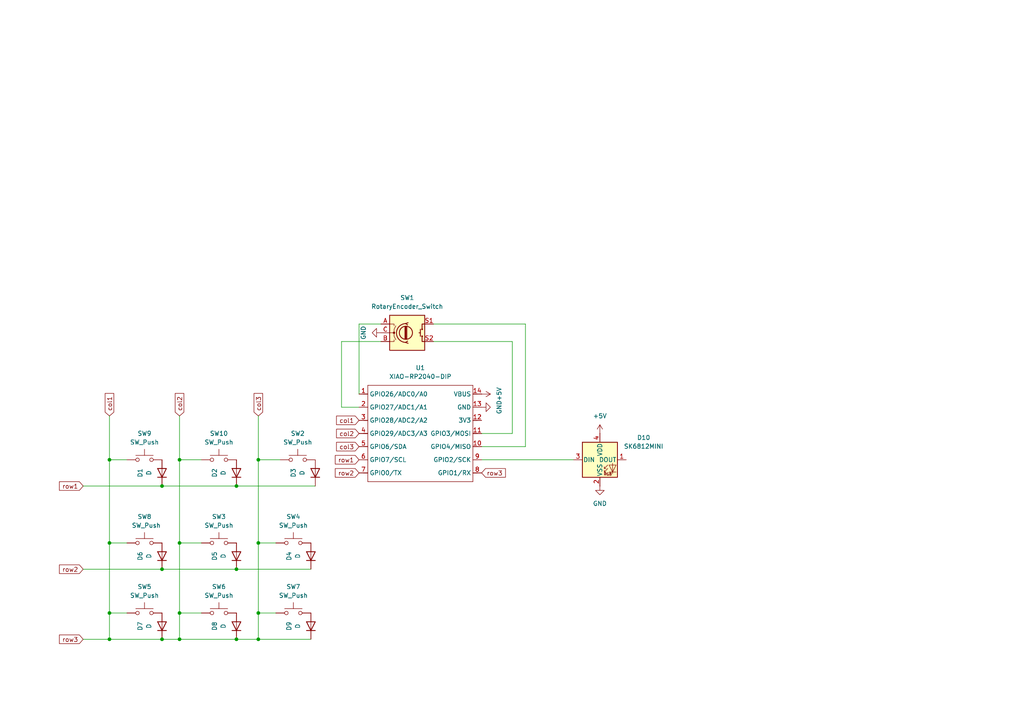
<source format=kicad_sch>
(kicad_sch
	(version 20250114)
	(generator "eeschema")
	(generator_version "9.0")
	(uuid "c406af9b-2fae-44cb-87f1-073e742b3c0c")
	(paper "A4")
	(lib_symbols
		(symbol "Device:D"
			(pin_numbers
				(hide yes)
			)
			(pin_names
				(offset 1.016)
				(hide yes)
			)
			(exclude_from_sim no)
			(in_bom yes)
			(on_board yes)
			(property "Reference" "D"
				(at 0 2.54 0)
				(effects
					(font
						(size 1.27 1.27)
					)
				)
			)
			(property "Value" "D"
				(at 0 -2.54 0)
				(effects
					(font
						(size 1.27 1.27)
					)
				)
			)
			(property "Footprint" ""
				(at 0 0 0)
				(effects
					(font
						(size 1.27 1.27)
					)
					(hide yes)
				)
			)
			(property "Datasheet" "~"
				(at 0 0 0)
				(effects
					(font
						(size 1.27 1.27)
					)
					(hide yes)
				)
			)
			(property "Description" "Diode"
				(at 0 0 0)
				(effects
					(font
						(size 1.27 1.27)
					)
					(hide yes)
				)
			)
			(property "Sim.Device" "D"
				(at 0 0 0)
				(effects
					(font
						(size 1.27 1.27)
					)
					(hide yes)
				)
			)
			(property "Sim.Pins" "1=K 2=A"
				(at 0 0 0)
				(effects
					(font
						(size 1.27 1.27)
					)
					(hide yes)
				)
			)
			(property "ki_keywords" "diode"
				(at 0 0 0)
				(effects
					(font
						(size 1.27 1.27)
					)
					(hide yes)
				)
			)
			(property "ki_fp_filters" "TO-???* *_Diode_* *SingleDiode* D_*"
				(at 0 0 0)
				(effects
					(font
						(size 1.27 1.27)
					)
					(hide yes)
				)
			)
			(symbol "D_0_1"
				(polyline
					(pts
						(xy -1.27 1.27) (xy -1.27 -1.27)
					)
					(stroke
						(width 0.254)
						(type default)
					)
					(fill
						(type none)
					)
				)
				(polyline
					(pts
						(xy 1.27 1.27) (xy 1.27 -1.27) (xy -1.27 0) (xy 1.27 1.27)
					)
					(stroke
						(width 0.254)
						(type default)
					)
					(fill
						(type none)
					)
				)
				(polyline
					(pts
						(xy 1.27 0) (xy -1.27 0)
					)
					(stroke
						(width 0)
						(type default)
					)
					(fill
						(type none)
					)
				)
			)
			(symbol "D_1_1"
				(pin passive line
					(at -3.81 0 0)
					(length 2.54)
					(name "K"
						(effects
							(font
								(size 1.27 1.27)
							)
						)
					)
					(number "1"
						(effects
							(font
								(size 1.27 1.27)
							)
						)
					)
				)
				(pin passive line
					(at 3.81 0 180)
					(length 2.54)
					(name "A"
						(effects
							(font
								(size 1.27 1.27)
							)
						)
					)
					(number "2"
						(effects
							(font
								(size 1.27 1.27)
							)
						)
					)
				)
			)
			(embedded_fonts no)
		)
		(symbol "Device:RotaryEncoder_Switch"
			(pin_names
				(offset 0.254)
				(hide yes)
			)
			(exclude_from_sim no)
			(in_bom yes)
			(on_board yes)
			(property "Reference" "SW"
				(at 0 6.604 0)
				(effects
					(font
						(size 1.27 1.27)
					)
				)
			)
			(property "Value" "RotaryEncoder_Switch"
				(at 0 -6.604 0)
				(effects
					(font
						(size 1.27 1.27)
					)
				)
			)
			(property "Footprint" ""
				(at -3.81 4.064 0)
				(effects
					(font
						(size 1.27 1.27)
					)
					(hide yes)
				)
			)
			(property "Datasheet" "~"
				(at 0 6.604 0)
				(effects
					(font
						(size 1.27 1.27)
					)
					(hide yes)
				)
			)
			(property "Description" "Rotary encoder, dual channel, incremental quadrate outputs, with switch"
				(at 0 0 0)
				(effects
					(font
						(size 1.27 1.27)
					)
					(hide yes)
				)
			)
			(property "ki_keywords" "rotary switch encoder switch push button"
				(at 0 0 0)
				(effects
					(font
						(size 1.27 1.27)
					)
					(hide yes)
				)
			)
			(property "ki_fp_filters" "RotaryEncoder*Switch*"
				(at 0 0 0)
				(effects
					(font
						(size 1.27 1.27)
					)
					(hide yes)
				)
			)
			(symbol "RotaryEncoder_Switch_0_1"
				(rectangle
					(start -5.08 5.08)
					(end 5.08 -5.08)
					(stroke
						(width 0.254)
						(type default)
					)
					(fill
						(type background)
					)
				)
				(polyline
					(pts
						(xy -5.08 2.54) (xy -3.81 2.54) (xy -3.81 2.032)
					)
					(stroke
						(width 0)
						(type default)
					)
					(fill
						(type none)
					)
				)
				(polyline
					(pts
						(xy -5.08 0) (xy -3.81 0) (xy -3.81 -1.016) (xy -3.302 -2.032)
					)
					(stroke
						(width 0)
						(type default)
					)
					(fill
						(type none)
					)
				)
				(polyline
					(pts
						(xy -5.08 -2.54) (xy -3.81 -2.54) (xy -3.81 -2.032)
					)
					(stroke
						(width 0)
						(type default)
					)
					(fill
						(type none)
					)
				)
				(polyline
					(pts
						(xy -4.318 0) (xy -3.81 0) (xy -3.81 1.016) (xy -3.302 2.032)
					)
					(stroke
						(width 0)
						(type default)
					)
					(fill
						(type none)
					)
				)
				(circle
					(center -3.81 0)
					(radius 0.254)
					(stroke
						(width 0)
						(type default)
					)
					(fill
						(type outline)
					)
				)
				(polyline
					(pts
						(xy -0.635 -1.778) (xy -0.635 1.778)
					)
					(stroke
						(width 0.254)
						(type default)
					)
					(fill
						(type none)
					)
				)
				(circle
					(center -0.381 0)
					(radius 1.905)
					(stroke
						(width 0.254)
						(type default)
					)
					(fill
						(type none)
					)
				)
				(polyline
					(pts
						(xy -0.381 -1.778) (xy -0.381 1.778)
					)
					(stroke
						(width 0.254)
						(type default)
					)
					(fill
						(type none)
					)
				)
				(arc
					(start -0.381 -2.794)
					(mid -3.0988 -0.0635)
					(end -0.381 2.667)
					(stroke
						(width 0.254)
						(type default)
					)
					(fill
						(type none)
					)
				)
				(polyline
					(pts
						(xy -0.127 1.778) (xy -0.127 -1.778)
					)
					(stroke
						(width 0.254)
						(type default)
					)
					(fill
						(type none)
					)
				)
				(polyline
					(pts
						(xy 0.254 2.921) (xy -0.508 2.667) (xy 0.127 2.286)
					)
					(stroke
						(width 0.254)
						(type default)
					)
					(fill
						(type none)
					)
				)
				(polyline
					(pts
						(xy 0.254 -3.048) (xy -0.508 -2.794) (xy 0.127 -2.413)
					)
					(stroke
						(width 0.254)
						(type default)
					)
					(fill
						(type none)
					)
				)
				(polyline
					(pts
						(xy 3.81 1.016) (xy 3.81 -1.016)
					)
					(stroke
						(width 0.254)
						(type default)
					)
					(fill
						(type none)
					)
				)
				(polyline
					(pts
						(xy 3.81 0) (xy 3.429 0)
					)
					(stroke
						(width 0.254)
						(type default)
					)
					(fill
						(type none)
					)
				)
				(circle
					(center 4.318 1.016)
					(radius 0.127)
					(stroke
						(width 0.254)
						(type default)
					)
					(fill
						(type none)
					)
				)
				(circle
					(center 4.318 -1.016)
					(radius 0.127)
					(stroke
						(width 0.254)
						(type default)
					)
					(fill
						(type none)
					)
				)
				(polyline
					(pts
						(xy 5.08 2.54) (xy 4.318 2.54) (xy 4.318 1.016)
					)
					(stroke
						(width 0.254)
						(type default)
					)
					(fill
						(type none)
					)
				)
				(polyline
					(pts
						(xy 5.08 -2.54) (xy 4.318 -2.54) (xy 4.318 -1.016)
					)
					(stroke
						(width 0.254)
						(type default)
					)
					(fill
						(type none)
					)
				)
			)
			(symbol "RotaryEncoder_Switch_1_1"
				(pin passive line
					(at -7.62 2.54 0)
					(length 2.54)
					(name "A"
						(effects
							(font
								(size 1.27 1.27)
							)
						)
					)
					(number "A"
						(effects
							(font
								(size 1.27 1.27)
							)
						)
					)
				)
				(pin passive line
					(at -7.62 0 0)
					(length 2.54)
					(name "C"
						(effects
							(font
								(size 1.27 1.27)
							)
						)
					)
					(number "C"
						(effects
							(font
								(size 1.27 1.27)
							)
						)
					)
				)
				(pin passive line
					(at -7.62 -2.54 0)
					(length 2.54)
					(name "B"
						(effects
							(font
								(size 1.27 1.27)
							)
						)
					)
					(number "B"
						(effects
							(font
								(size 1.27 1.27)
							)
						)
					)
				)
				(pin passive line
					(at 7.62 2.54 180)
					(length 2.54)
					(name "S1"
						(effects
							(font
								(size 1.27 1.27)
							)
						)
					)
					(number "S1"
						(effects
							(font
								(size 1.27 1.27)
							)
						)
					)
				)
				(pin passive line
					(at 7.62 -2.54 180)
					(length 2.54)
					(name "S2"
						(effects
							(font
								(size 1.27 1.27)
							)
						)
					)
					(number "S2"
						(effects
							(font
								(size 1.27 1.27)
							)
						)
					)
				)
			)
			(embedded_fonts no)
		)
		(symbol "LED:SK6812MINI"
			(pin_names
				(offset 0.254)
			)
			(exclude_from_sim no)
			(in_bom yes)
			(on_board yes)
			(property "Reference" "D"
				(at 5.08 5.715 0)
				(effects
					(font
						(size 1.27 1.27)
					)
					(justify right bottom)
				)
			)
			(property "Value" "SK6812MINI"
				(at 1.27 -5.715 0)
				(effects
					(font
						(size 1.27 1.27)
					)
					(justify left top)
				)
			)
			(property "Footprint" "LED_SMD:LED_SK6812MINI_PLCC4_3.5x3.5mm_P1.75mm"
				(at 1.27 -7.62 0)
				(effects
					(font
						(size 1.27 1.27)
					)
					(justify left top)
					(hide yes)
				)
			)
			(property "Datasheet" "https://cdn-shop.adafruit.com/product-files/2686/SK6812MINI_REV.01-1-2.pdf"
				(at 2.54 -9.525 0)
				(effects
					(font
						(size 1.27 1.27)
					)
					(justify left top)
					(hide yes)
				)
			)
			(property "Description" "RGB LED with integrated controller"
				(at 0 0 0)
				(effects
					(font
						(size 1.27 1.27)
					)
					(hide yes)
				)
			)
			(property "ki_keywords" "RGB LED NeoPixel Mini addressable"
				(at 0 0 0)
				(effects
					(font
						(size 1.27 1.27)
					)
					(hide yes)
				)
			)
			(property "ki_fp_filters" "LED*SK6812MINI*PLCC*3.5x3.5mm*P1.75mm*"
				(at 0 0 0)
				(effects
					(font
						(size 1.27 1.27)
					)
					(hide yes)
				)
			)
			(symbol "SK6812MINI_0_0"
				(text "RGB"
					(at 2.286 -4.191 0)
					(effects
						(font
							(size 0.762 0.762)
						)
					)
				)
			)
			(symbol "SK6812MINI_0_1"
				(polyline
					(pts
						(xy 1.27 -2.54) (xy 1.778 -2.54)
					)
					(stroke
						(width 0)
						(type default)
					)
					(fill
						(type none)
					)
				)
				(polyline
					(pts
						(xy 1.27 -3.556) (xy 1.778 -3.556)
					)
					(stroke
						(width 0)
						(type default)
					)
					(fill
						(type none)
					)
				)
				(polyline
					(pts
						(xy 2.286 -1.524) (xy 1.27 -2.54) (xy 1.27 -2.032)
					)
					(stroke
						(width 0)
						(type default)
					)
					(fill
						(type none)
					)
				)
				(polyline
					(pts
						(xy 2.286 -2.54) (xy 1.27 -3.556) (xy 1.27 -3.048)
					)
					(stroke
						(width 0)
						(type default)
					)
					(fill
						(type none)
					)
				)
				(polyline
					(pts
						(xy 3.683 -1.016) (xy 3.683 -3.556) (xy 3.683 -4.064)
					)
					(stroke
						(width 0)
						(type default)
					)
					(fill
						(type none)
					)
				)
				(polyline
					(pts
						(xy 4.699 -1.524) (xy 2.667 -1.524) (xy 3.683 -3.556) (xy 4.699 -1.524)
					)
					(stroke
						(width 0)
						(type default)
					)
					(fill
						(type none)
					)
				)
				(polyline
					(pts
						(xy 4.699 -3.556) (xy 2.667 -3.556)
					)
					(stroke
						(width 0)
						(type default)
					)
					(fill
						(type none)
					)
				)
				(rectangle
					(start 5.08 5.08)
					(end -5.08 -5.08)
					(stroke
						(width 0.254)
						(type default)
					)
					(fill
						(type background)
					)
				)
			)
			(symbol "SK6812MINI_1_1"
				(pin input line
					(at -7.62 0 0)
					(length 2.54)
					(name "DIN"
						(effects
							(font
								(size 1.27 1.27)
							)
						)
					)
					(number "3"
						(effects
							(font
								(size 1.27 1.27)
							)
						)
					)
				)
				(pin power_in line
					(at 0 7.62 270)
					(length 2.54)
					(name "VDD"
						(effects
							(font
								(size 1.27 1.27)
							)
						)
					)
					(number "4"
						(effects
							(font
								(size 1.27 1.27)
							)
						)
					)
				)
				(pin power_in line
					(at 0 -7.62 90)
					(length 2.54)
					(name "VSS"
						(effects
							(font
								(size 1.27 1.27)
							)
						)
					)
					(number "2"
						(effects
							(font
								(size 1.27 1.27)
							)
						)
					)
				)
				(pin output line
					(at 7.62 0 180)
					(length 2.54)
					(name "DOUT"
						(effects
							(font
								(size 1.27 1.27)
							)
						)
					)
					(number "1"
						(effects
							(font
								(size 1.27 1.27)
							)
						)
					)
				)
			)
			(embedded_fonts no)
		)
		(symbol "OPL:XIAO-RP2040-DIP"
			(exclude_from_sim no)
			(in_bom yes)
			(on_board yes)
			(property "Reference" "U"
				(at 0 0 0)
				(effects
					(font
						(size 1.27 1.27)
					)
				)
			)
			(property "Value" "XIAO-RP2040-DIP"
				(at 5.334 -1.778 0)
				(effects
					(font
						(size 1.27 1.27)
					)
				)
			)
			(property "Footprint" "Module:MOUDLE14P-XIAO-DIP-SMD"
				(at 14.478 -32.258 0)
				(effects
					(font
						(size 1.27 1.27)
					)
					(hide yes)
				)
			)
			(property "Datasheet" ""
				(at 0 0 0)
				(effects
					(font
						(size 1.27 1.27)
					)
					(hide yes)
				)
			)
			(property "Description" ""
				(at 0 0 0)
				(effects
					(font
						(size 1.27 1.27)
					)
					(hide yes)
				)
			)
			(symbol "XIAO-RP2040-DIP_1_0"
				(polyline
					(pts
						(xy -1.27 -2.54) (xy 29.21 -2.54)
					)
					(stroke
						(width 0.1524)
						(type solid)
					)
					(fill
						(type none)
					)
				)
				(polyline
					(pts
						(xy -1.27 -5.08) (xy -2.54 -5.08)
					)
					(stroke
						(width 0.1524)
						(type solid)
					)
					(fill
						(type none)
					)
				)
				(polyline
					(pts
						(xy -1.27 -5.08) (xy -1.27 -2.54)
					)
					(stroke
						(width 0.1524)
						(type solid)
					)
					(fill
						(type none)
					)
				)
				(polyline
					(pts
						(xy -1.27 -8.89) (xy -2.54 -8.89)
					)
					(stroke
						(width 0.1524)
						(type solid)
					)
					(fill
						(type none)
					)
				)
				(polyline
					(pts
						(xy -1.27 -8.89) (xy -1.27 -5.08)
					)
					(stroke
						(width 0.1524)
						(type solid)
					)
					(fill
						(type none)
					)
				)
				(polyline
					(pts
						(xy -1.27 -12.7) (xy -2.54 -12.7)
					)
					(stroke
						(width 0.1524)
						(type solid)
					)
					(fill
						(type none)
					)
				)
				(polyline
					(pts
						(xy -1.27 -12.7) (xy -1.27 -8.89)
					)
					(stroke
						(width 0.1524)
						(type solid)
					)
					(fill
						(type none)
					)
				)
				(polyline
					(pts
						(xy -1.27 -16.51) (xy -2.54 -16.51)
					)
					(stroke
						(width 0.1524)
						(type solid)
					)
					(fill
						(type none)
					)
				)
				(polyline
					(pts
						(xy -1.27 -16.51) (xy -1.27 -12.7)
					)
					(stroke
						(width 0.1524)
						(type solid)
					)
					(fill
						(type none)
					)
				)
				(polyline
					(pts
						(xy -1.27 -20.32) (xy -2.54 -20.32)
					)
					(stroke
						(width 0.1524)
						(type solid)
					)
					(fill
						(type none)
					)
				)
				(polyline
					(pts
						(xy -1.27 -24.13) (xy -2.54 -24.13)
					)
					(stroke
						(width 0.1524)
						(type solid)
					)
					(fill
						(type none)
					)
				)
				(polyline
					(pts
						(xy -1.27 -27.94) (xy -2.54 -27.94)
					)
					(stroke
						(width 0.1524)
						(type solid)
					)
					(fill
						(type none)
					)
				)
				(polyline
					(pts
						(xy -1.27 -30.48) (xy -1.27 -16.51)
					)
					(stroke
						(width 0.1524)
						(type solid)
					)
					(fill
						(type none)
					)
				)
				(polyline
					(pts
						(xy 29.21 -2.54) (xy 29.21 -5.08)
					)
					(stroke
						(width 0.1524)
						(type solid)
					)
					(fill
						(type none)
					)
				)
				(polyline
					(pts
						(xy 29.21 -5.08) (xy 29.21 -8.89)
					)
					(stroke
						(width 0.1524)
						(type solid)
					)
					(fill
						(type none)
					)
				)
				(polyline
					(pts
						(xy 29.21 -8.89) (xy 29.21 -12.7)
					)
					(stroke
						(width 0.1524)
						(type solid)
					)
					(fill
						(type none)
					)
				)
				(polyline
					(pts
						(xy 29.21 -12.7) (xy 29.21 -30.48)
					)
					(stroke
						(width 0.1524)
						(type solid)
					)
					(fill
						(type none)
					)
				)
				(polyline
					(pts
						(xy 29.21 -30.48) (xy -1.27 -30.48)
					)
					(stroke
						(width 0.1524)
						(type solid)
					)
					(fill
						(type none)
					)
				)
				(polyline
					(pts
						(xy 30.48 -5.08) (xy 29.21 -5.08)
					)
					(stroke
						(width 0.1524)
						(type solid)
					)
					(fill
						(type none)
					)
				)
				(polyline
					(pts
						(xy 30.48 -8.89) (xy 29.21 -8.89)
					)
					(stroke
						(width 0.1524)
						(type solid)
					)
					(fill
						(type none)
					)
				)
				(polyline
					(pts
						(xy 30.48 -12.7) (xy 29.21 -12.7)
					)
					(stroke
						(width 0.1524)
						(type solid)
					)
					(fill
						(type none)
					)
				)
				(polyline
					(pts
						(xy 30.48 -16.51) (xy 29.21 -16.51)
					)
					(stroke
						(width 0.1524)
						(type solid)
					)
					(fill
						(type none)
					)
				)
				(polyline
					(pts
						(xy 30.48 -20.32) (xy 29.21 -20.32)
					)
					(stroke
						(width 0.1524)
						(type solid)
					)
					(fill
						(type none)
					)
				)
				(polyline
					(pts
						(xy 30.48 -24.13) (xy 29.21 -24.13)
					)
					(stroke
						(width 0.1524)
						(type solid)
					)
					(fill
						(type none)
					)
				)
				(polyline
					(pts
						(xy 30.48 -27.94) (xy 29.21 -27.94)
					)
					(stroke
						(width 0.1524)
						(type solid)
					)
					(fill
						(type none)
					)
				)
				(pin passive line
					(at -3.81 -5.08 0)
					(length 2.54)
					(name "GPIO26/ADC0/A0"
						(effects
							(font
								(size 1.27 1.27)
							)
						)
					)
					(number "1"
						(effects
							(font
								(size 1.27 1.27)
							)
						)
					)
				)
				(pin passive line
					(at -3.81 -8.89 0)
					(length 2.54)
					(name "GPIO27/ADC1/A1"
						(effects
							(font
								(size 1.27 1.27)
							)
						)
					)
					(number "2"
						(effects
							(font
								(size 1.27 1.27)
							)
						)
					)
				)
				(pin passive line
					(at -3.81 -12.7 0)
					(length 2.54)
					(name "GPIO28/ADC2/A2"
						(effects
							(font
								(size 1.27 1.27)
							)
						)
					)
					(number "3"
						(effects
							(font
								(size 1.27 1.27)
							)
						)
					)
				)
				(pin passive line
					(at -3.81 -16.51 0)
					(length 2.54)
					(name "GPIO29/ADC3/A3"
						(effects
							(font
								(size 1.27 1.27)
							)
						)
					)
					(number "4"
						(effects
							(font
								(size 1.27 1.27)
							)
						)
					)
				)
				(pin passive line
					(at -3.81 -20.32 0)
					(length 2.54)
					(name "GPIO6/SDA"
						(effects
							(font
								(size 1.27 1.27)
							)
						)
					)
					(number "5"
						(effects
							(font
								(size 1.27 1.27)
							)
						)
					)
				)
				(pin passive line
					(at -3.81 -24.13 0)
					(length 2.54)
					(name "GPIO7/SCL"
						(effects
							(font
								(size 1.27 1.27)
							)
						)
					)
					(number "6"
						(effects
							(font
								(size 1.27 1.27)
							)
						)
					)
				)
				(pin passive line
					(at -3.81 -27.94 0)
					(length 2.54)
					(name "GPIO0/TX"
						(effects
							(font
								(size 1.27 1.27)
							)
						)
					)
					(number "7"
						(effects
							(font
								(size 1.27 1.27)
							)
						)
					)
				)
				(pin passive line
					(at 31.75 -5.08 180)
					(length 2.54)
					(name "VBUS"
						(effects
							(font
								(size 1.27 1.27)
							)
						)
					)
					(number "14"
						(effects
							(font
								(size 1.27 1.27)
							)
						)
					)
				)
				(pin passive line
					(at 31.75 -8.89 180)
					(length 2.54)
					(name "GND"
						(effects
							(font
								(size 1.27 1.27)
							)
						)
					)
					(number "13"
						(effects
							(font
								(size 1.27 1.27)
							)
						)
					)
				)
				(pin passive line
					(at 31.75 -12.7 180)
					(length 2.54)
					(name "3V3"
						(effects
							(font
								(size 1.27 1.27)
							)
						)
					)
					(number "12"
						(effects
							(font
								(size 1.27 1.27)
							)
						)
					)
				)
				(pin passive line
					(at 31.75 -16.51 180)
					(length 2.54)
					(name "GPIO3/MOSI"
						(effects
							(font
								(size 1.27 1.27)
							)
						)
					)
					(number "11"
						(effects
							(font
								(size 1.27 1.27)
							)
						)
					)
				)
				(pin passive line
					(at 31.75 -20.32 180)
					(length 2.54)
					(name "GPIO4/MISO"
						(effects
							(font
								(size 1.27 1.27)
							)
						)
					)
					(number "10"
						(effects
							(font
								(size 1.27 1.27)
							)
						)
					)
				)
				(pin passive line
					(at 31.75 -24.13 180)
					(length 2.54)
					(name "GPIO2/SCK"
						(effects
							(font
								(size 1.27 1.27)
							)
						)
					)
					(number "9"
						(effects
							(font
								(size 1.27 1.27)
							)
						)
					)
				)
				(pin passive line
					(at 31.75 -27.94 180)
					(length 2.54)
					(name "GPIO1/RX"
						(effects
							(font
								(size 1.27 1.27)
							)
						)
					)
					(number "8"
						(effects
							(font
								(size 1.27 1.27)
							)
						)
					)
				)
			)
			(embedded_fonts no)
		)
		(symbol "Switch:SW_Push"
			(pin_numbers
				(hide yes)
			)
			(pin_names
				(offset 1.016)
				(hide yes)
			)
			(exclude_from_sim no)
			(in_bom yes)
			(on_board yes)
			(property "Reference" "SW"
				(at 1.27 2.54 0)
				(effects
					(font
						(size 1.27 1.27)
					)
					(justify left)
				)
			)
			(property "Value" "SW_Push"
				(at 0 -1.524 0)
				(effects
					(font
						(size 1.27 1.27)
					)
				)
			)
			(property "Footprint" ""
				(at 0 5.08 0)
				(effects
					(font
						(size 1.27 1.27)
					)
					(hide yes)
				)
			)
			(property "Datasheet" "~"
				(at 0 5.08 0)
				(effects
					(font
						(size 1.27 1.27)
					)
					(hide yes)
				)
			)
			(property "Description" "Push button switch, generic, two pins"
				(at 0 0 0)
				(effects
					(font
						(size 1.27 1.27)
					)
					(hide yes)
				)
			)
			(property "ki_keywords" "switch normally-open pushbutton push-button"
				(at 0 0 0)
				(effects
					(font
						(size 1.27 1.27)
					)
					(hide yes)
				)
			)
			(symbol "SW_Push_0_1"
				(circle
					(center -2.032 0)
					(radius 0.508)
					(stroke
						(width 0)
						(type default)
					)
					(fill
						(type none)
					)
				)
				(polyline
					(pts
						(xy 0 1.27) (xy 0 3.048)
					)
					(stroke
						(width 0)
						(type default)
					)
					(fill
						(type none)
					)
				)
				(circle
					(center 2.032 0)
					(radius 0.508)
					(stroke
						(width 0)
						(type default)
					)
					(fill
						(type none)
					)
				)
				(polyline
					(pts
						(xy 2.54 1.27) (xy -2.54 1.27)
					)
					(stroke
						(width 0)
						(type default)
					)
					(fill
						(type none)
					)
				)
				(pin passive line
					(at -5.08 0 0)
					(length 2.54)
					(name "1"
						(effects
							(font
								(size 1.27 1.27)
							)
						)
					)
					(number "1"
						(effects
							(font
								(size 1.27 1.27)
							)
						)
					)
				)
				(pin passive line
					(at 5.08 0 180)
					(length 2.54)
					(name "2"
						(effects
							(font
								(size 1.27 1.27)
							)
						)
					)
					(number "2"
						(effects
							(font
								(size 1.27 1.27)
							)
						)
					)
				)
			)
			(embedded_fonts no)
		)
		(symbol "power:+5V"
			(power)
			(pin_numbers
				(hide yes)
			)
			(pin_names
				(offset 0)
				(hide yes)
			)
			(exclude_from_sim no)
			(in_bom yes)
			(on_board yes)
			(property "Reference" "#PWR"
				(at 0 -3.81 0)
				(effects
					(font
						(size 1.27 1.27)
					)
					(hide yes)
				)
			)
			(property "Value" "+5V"
				(at 0 3.556 0)
				(effects
					(font
						(size 1.27 1.27)
					)
				)
			)
			(property "Footprint" ""
				(at 0 0 0)
				(effects
					(font
						(size 1.27 1.27)
					)
					(hide yes)
				)
			)
			(property "Datasheet" ""
				(at 0 0 0)
				(effects
					(font
						(size 1.27 1.27)
					)
					(hide yes)
				)
			)
			(property "Description" "Power symbol creates a global label with name \"+5V\""
				(at 0 0 0)
				(effects
					(font
						(size 1.27 1.27)
					)
					(hide yes)
				)
			)
			(property "ki_keywords" "global power"
				(at 0 0 0)
				(effects
					(font
						(size 1.27 1.27)
					)
					(hide yes)
				)
			)
			(symbol "+5V_0_1"
				(polyline
					(pts
						(xy -0.762 1.27) (xy 0 2.54)
					)
					(stroke
						(width 0)
						(type default)
					)
					(fill
						(type none)
					)
				)
				(polyline
					(pts
						(xy 0 2.54) (xy 0.762 1.27)
					)
					(stroke
						(width 0)
						(type default)
					)
					(fill
						(type none)
					)
				)
				(polyline
					(pts
						(xy 0 0) (xy 0 2.54)
					)
					(stroke
						(width 0)
						(type default)
					)
					(fill
						(type none)
					)
				)
			)
			(symbol "+5V_1_1"
				(pin power_in line
					(at 0 0 90)
					(length 0)
					(name "~"
						(effects
							(font
								(size 1.27 1.27)
							)
						)
					)
					(number "1"
						(effects
							(font
								(size 1.27 1.27)
							)
						)
					)
				)
			)
			(embedded_fonts no)
		)
		(symbol "power:GND"
			(power)
			(pin_numbers
				(hide yes)
			)
			(pin_names
				(offset 0)
				(hide yes)
			)
			(exclude_from_sim no)
			(in_bom yes)
			(on_board yes)
			(property "Reference" "#PWR"
				(at 0 -6.35 0)
				(effects
					(font
						(size 1.27 1.27)
					)
					(hide yes)
				)
			)
			(property "Value" "GND"
				(at 0 -3.81 0)
				(effects
					(font
						(size 1.27 1.27)
					)
				)
			)
			(property "Footprint" ""
				(at 0 0 0)
				(effects
					(font
						(size 1.27 1.27)
					)
					(hide yes)
				)
			)
			(property "Datasheet" ""
				(at 0 0 0)
				(effects
					(font
						(size 1.27 1.27)
					)
					(hide yes)
				)
			)
			(property "Description" "Power symbol creates a global label with name \"GND\" , ground"
				(at 0 0 0)
				(effects
					(font
						(size 1.27 1.27)
					)
					(hide yes)
				)
			)
			(property "ki_keywords" "global power"
				(at 0 0 0)
				(effects
					(font
						(size 1.27 1.27)
					)
					(hide yes)
				)
			)
			(symbol "GND_0_1"
				(polyline
					(pts
						(xy 0 0) (xy 0 -1.27) (xy 1.27 -1.27) (xy 0 -2.54) (xy -1.27 -1.27) (xy 0 -1.27)
					)
					(stroke
						(width 0)
						(type default)
					)
					(fill
						(type none)
					)
				)
			)
			(symbol "GND_1_1"
				(pin power_in line
					(at 0 0 270)
					(length 0)
					(name "~"
						(effects
							(font
								(size 1.27 1.27)
							)
						)
					)
					(number "1"
						(effects
							(font
								(size 1.27 1.27)
							)
						)
					)
				)
			)
			(embedded_fonts no)
		)
	)
	(junction
		(at 31.75 177.8)
		(diameter 0)
		(color 0 0 0 0)
		(uuid "0255efd0-7665-4564-a427-3d07ae30e9c1")
	)
	(junction
		(at 52.07 133.35)
		(diameter 0)
		(color 0 0 0 0)
		(uuid "12d988af-3d9c-49e2-819d-8816dca0790b")
	)
	(junction
		(at 74.93 185.42)
		(diameter 0)
		(color 0 0 0 0)
		(uuid "16113586-6dba-488d-91d9-a57379055a49")
	)
	(junction
		(at 31.75 133.35)
		(diameter 0)
		(color 0 0 0 0)
		(uuid "1a77fca0-e5fe-4cf3-ac3d-3ed2fbefe392")
	)
	(junction
		(at 52.07 177.8)
		(diameter 0)
		(color 0 0 0 0)
		(uuid "2fec5778-03ae-492d-b9d1-d4dc1e2a851e")
	)
	(junction
		(at 74.93 157.48)
		(diameter 0)
		(color 0 0 0 0)
		(uuid "4465915c-56ad-43a1-ac49-2d5dc30208a0")
	)
	(junction
		(at 52.07 157.48)
		(diameter 0)
		(color 0 0 0 0)
		(uuid "491456f3-ffdc-4dd1-9433-4234ea244d95")
	)
	(junction
		(at 46.99 185.42)
		(diameter 0)
		(color 0 0 0 0)
		(uuid "8a4788a6-eac2-489c-9c10-a3918bf5c25a")
	)
	(junction
		(at 68.58 165.1)
		(diameter 0)
		(color 0 0 0 0)
		(uuid "9470a76b-90b9-4042-82d9-595b69311f6c")
	)
	(junction
		(at 68.58 185.42)
		(diameter 0)
		(color 0 0 0 0)
		(uuid "b08c3328-19d1-4564-b2b1-d466d1702fc8")
	)
	(junction
		(at 74.93 177.8)
		(diameter 0)
		(color 0 0 0 0)
		(uuid "b97d47ff-98c4-4f84-83df-6155c9f202fb")
	)
	(junction
		(at 31.75 185.42)
		(diameter 0)
		(color 0 0 0 0)
		(uuid "c8f99a90-2a30-496e-9826-de89dfc93b1e")
	)
	(junction
		(at 31.75 157.48)
		(diameter 0)
		(color 0 0 0 0)
		(uuid "d0897e60-dc0c-4bf6-99eb-df0dfcac6c59")
	)
	(junction
		(at 74.93 133.35)
		(diameter 0)
		(color 0 0 0 0)
		(uuid "d289c5e5-4be5-4715-86de-98bbe43d2c57")
	)
	(junction
		(at 46.99 165.1)
		(diameter 0)
		(color 0 0 0 0)
		(uuid "dbc8d0cc-fead-4764-8a3a-b2caa7795960")
	)
	(junction
		(at 46.99 140.97)
		(diameter 0)
		(color 0 0 0 0)
		(uuid "e6367a61-b8d1-489f-ab23-ddc25e94d048")
	)
	(junction
		(at 52.07 185.42)
		(diameter 0)
		(color 0 0 0 0)
		(uuid "eb3797b6-bd78-48f5-a9a1-070340f4cbd0")
	)
	(junction
		(at 68.58 140.97)
		(diameter 0)
		(color 0 0 0 0)
		(uuid "fdd5f5f5-80ba-48a3-8b0d-ccba253b448e")
	)
	(wire
		(pts
			(xy 99.06 118.11) (xy 104.14 118.11)
		)
		(stroke
			(width 0)
			(type default)
		)
		(uuid "0303b1ec-149a-4909-9255-aeca3d4bc08b")
	)
	(wire
		(pts
			(xy 46.99 165.1) (xy 68.58 165.1)
		)
		(stroke
			(width 0)
			(type default)
		)
		(uuid "03bdb0fa-56f4-4a7e-9ae0-a256a0070c4a")
	)
	(wire
		(pts
			(xy 139.7 133.35) (xy 166.37 133.35)
		)
		(stroke
			(width 0)
			(type default)
		)
		(uuid "0f945a2c-238e-4a1b-a20d-0b53e9647133")
	)
	(wire
		(pts
			(xy 52.07 177.8) (xy 52.07 185.42)
		)
		(stroke
			(width 0)
			(type default)
		)
		(uuid "10ccd10a-2639-47f5-b806-ba94ebd1dba7")
	)
	(wire
		(pts
			(xy 74.93 185.42) (xy 90.17 185.42)
		)
		(stroke
			(width 0)
			(type default)
		)
		(uuid "11ef3d96-6e74-4a30-9895-03400d4f86ee")
	)
	(wire
		(pts
			(xy 148.59 125.73) (xy 139.7 125.73)
		)
		(stroke
			(width 0)
			(type default)
		)
		(uuid "1c1366b5-1004-4646-8864-5741a2655d55")
	)
	(wire
		(pts
			(xy 74.93 177.8) (xy 74.93 185.42)
		)
		(stroke
			(width 0)
			(type default)
		)
		(uuid "1f693678-38d7-4573-8cc5-3584aa95be77")
	)
	(wire
		(pts
			(xy 31.75 133.35) (xy 31.75 157.48)
		)
		(stroke
			(width 0)
			(type default)
		)
		(uuid "2da49349-9378-40b7-abf1-a1f47d70df8e")
	)
	(wire
		(pts
			(xy 31.75 157.48) (xy 31.75 177.8)
		)
		(stroke
			(width 0)
			(type default)
		)
		(uuid "2eb37abd-024e-4ab4-aac6-6927582d5b30")
	)
	(wire
		(pts
			(xy 31.75 185.42) (xy 46.99 185.42)
		)
		(stroke
			(width 0)
			(type default)
		)
		(uuid "2fd7092f-268d-4425-996b-88ca95345ee0")
	)
	(wire
		(pts
			(xy 68.58 185.42) (xy 74.93 185.42)
		)
		(stroke
			(width 0)
			(type default)
		)
		(uuid "32294516-6481-4371-b44f-5d0f120eeea1")
	)
	(wire
		(pts
			(xy 125.73 93.98) (xy 152.4 93.98)
		)
		(stroke
			(width 0)
			(type default)
		)
		(uuid "3360f74c-4c57-4396-9cf0-c3b8d98f663a")
	)
	(wire
		(pts
			(xy 74.93 133.35) (xy 74.93 157.48)
		)
		(stroke
			(width 0)
			(type default)
		)
		(uuid "34a48849-4aaf-4628-beac-4233c26965ea")
	)
	(wire
		(pts
			(xy 52.07 133.35) (xy 52.07 157.48)
		)
		(stroke
			(width 0)
			(type default)
		)
		(uuid "3aa4e6fa-f6c4-4beb-a9af-abc83e2f48f0")
	)
	(wire
		(pts
			(xy 74.93 133.35) (xy 81.28 133.35)
		)
		(stroke
			(width 0)
			(type default)
		)
		(uuid "3af728d2-533f-4734-a460-b143f1d8e83c")
	)
	(wire
		(pts
			(xy 74.93 177.8) (xy 80.01 177.8)
		)
		(stroke
			(width 0)
			(type default)
		)
		(uuid "3d802a26-6bfd-4e34-ba04-a90c9783906b")
	)
	(wire
		(pts
			(xy 46.99 185.42) (xy 52.07 185.42)
		)
		(stroke
			(width 0)
			(type default)
		)
		(uuid "61b467b5-ddcc-4891-8b1d-28a37cfaea33")
	)
	(wire
		(pts
			(xy 52.07 157.48) (xy 58.42 157.48)
		)
		(stroke
			(width 0)
			(type default)
		)
		(uuid "66deeece-851e-47fb-8472-ca3c38440a04")
	)
	(wire
		(pts
			(xy 99.06 118.11) (xy 99.06 99.06)
		)
		(stroke
			(width 0)
			(type default)
		)
		(uuid "6f6ee62b-a7e3-4e34-8fd7-c7cc3a42c8a8")
	)
	(wire
		(pts
			(xy 24.13 140.97) (xy 46.99 140.97)
		)
		(stroke
			(width 0)
			(type default)
		)
		(uuid "6fadda4d-1a26-4806-b18d-ece63edc51e6")
	)
	(wire
		(pts
			(xy 152.4 129.54) (xy 139.7 129.54)
		)
		(stroke
			(width 0)
			(type default)
		)
		(uuid "78f9585b-24a4-4db6-b714-39ed1a7088ac")
	)
	(wire
		(pts
			(xy 74.93 157.48) (xy 74.93 177.8)
		)
		(stroke
			(width 0)
			(type default)
		)
		(uuid "7a20d1d5-8254-4c60-9d76-9e16509e52c1")
	)
	(wire
		(pts
			(xy 31.75 177.8) (xy 36.83 177.8)
		)
		(stroke
			(width 0)
			(type default)
		)
		(uuid "7ae1a907-8492-4674-9b03-e46af128e578")
	)
	(wire
		(pts
			(xy 52.07 185.42) (xy 68.58 185.42)
		)
		(stroke
			(width 0)
			(type default)
		)
		(uuid "7b7c0c50-eea3-4d95-a34f-8f76794f0596")
	)
	(wire
		(pts
			(xy 31.75 177.8) (xy 31.75 185.42)
		)
		(stroke
			(width 0)
			(type default)
		)
		(uuid "89c10852-a5a7-4a1d-936c-05fef9a054a0")
	)
	(wire
		(pts
			(xy 148.59 99.06) (xy 148.59 125.73)
		)
		(stroke
			(width 0)
			(type default)
		)
		(uuid "89e89376-5117-43ef-bc97-9bad034412cd")
	)
	(wire
		(pts
			(xy 104.14 93.98) (xy 104.14 114.3)
		)
		(stroke
			(width 0)
			(type default)
		)
		(uuid "8f31dc1d-4932-4a01-98aa-f86cc3814876")
	)
	(wire
		(pts
			(xy 52.07 177.8) (xy 58.42 177.8)
		)
		(stroke
			(width 0)
			(type default)
		)
		(uuid "92ffab8e-e83a-4120-9f9e-4529ec3a4130")
	)
	(wire
		(pts
			(xy 24.13 165.1) (xy 46.99 165.1)
		)
		(stroke
			(width 0)
			(type default)
		)
		(uuid "9ebae701-834f-4308-b6bc-68cc632deb32")
	)
	(wire
		(pts
			(xy 99.06 99.06) (xy 110.49 99.06)
		)
		(stroke
			(width 0)
			(type default)
		)
		(uuid "9f3a4f77-9f00-4333-878e-b5074cef9c33")
	)
	(wire
		(pts
			(xy 52.07 133.35) (xy 58.42 133.35)
		)
		(stroke
			(width 0)
			(type default)
		)
		(uuid "a5c6072f-ea6c-4db6-9cd9-24a01c14ea2d")
	)
	(wire
		(pts
			(xy 24.13 185.42) (xy 31.75 185.42)
		)
		(stroke
			(width 0)
			(type default)
		)
		(uuid "a8799fda-39d5-43bb-940d-24d395ec2ebe")
	)
	(wire
		(pts
			(xy 68.58 165.1) (xy 90.17 165.1)
		)
		(stroke
			(width 0)
			(type default)
		)
		(uuid "c2ce09ea-5348-4b32-bc50-fe7850878ee4")
	)
	(wire
		(pts
			(xy 31.75 133.35) (xy 36.83 133.35)
		)
		(stroke
			(width 0)
			(type default)
		)
		(uuid "cab1ec88-f21d-48db-a103-dff24dc0579c")
	)
	(wire
		(pts
			(xy 31.75 120.65) (xy 31.75 133.35)
		)
		(stroke
			(width 0)
			(type default)
		)
		(uuid "cabae4bf-7d6b-4441-bd54-dcce85232d3e")
	)
	(wire
		(pts
			(xy 74.93 120.65) (xy 74.93 133.35)
		)
		(stroke
			(width 0)
			(type default)
		)
		(uuid "d4e946c8-db80-4b2f-b8eb-377e1ac8254e")
	)
	(wire
		(pts
			(xy 125.73 99.06) (xy 148.59 99.06)
		)
		(stroke
			(width 0)
			(type default)
		)
		(uuid "d795a507-a305-4095-828d-d0bbb870e923")
	)
	(wire
		(pts
			(xy 104.14 93.98) (xy 110.49 93.98)
		)
		(stroke
			(width 0)
			(type default)
		)
		(uuid "dc221472-7ffa-4cce-8d66-36a720f460c9")
	)
	(wire
		(pts
			(xy 52.07 120.65) (xy 52.07 133.35)
		)
		(stroke
			(width 0)
			(type default)
		)
		(uuid "dd80e5fd-4a46-426f-bdbe-456c13a83419")
	)
	(wire
		(pts
			(xy 52.07 157.48) (xy 52.07 177.8)
		)
		(stroke
			(width 0)
			(type default)
		)
		(uuid "e0faa9c7-cc80-4448-8916-8fb3ecc48655")
	)
	(wire
		(pts
			(xy 31.75 157.48) (xy 36.83 157.48)
		)
		(stroke
			(width 0)
			(type default)
		)
		(uuid "eb4541c1-4407-4628-9cda-a31dba7eb3e0")
	)
	(wire
		(pts
			(xy 74.93 157.48) (xy 80.01 157.48)
		)
		(stroke
			(width 0)
			(type default)
		)
		(uuid "f1b89641-18fd-476c-b9bc-aafd9c241752")
	)
	(wire
		(pts
			(xy 46.99 140.97) (xy 68.58 140.97)
		)
		(stroke
			(width 0)
			(type default)
		)
		(uuid "fb327fde-2854-4bc7-9093-767b5b4f767f")
	)
	(wire
		(pts
			(xy 68.58 140.97) (xy 91.44 140.97)
		)
		(stroke
			(width 0)
			(type default)
		)
		(uuid "fd72b708-df97-4a98-b91c-fd4694f20a53")
	)
	(wire
		(pts
			(xy 152.4 93.98) (xy 152.4 129.54)
		)
		(stroke
			(width 0)
			(type default)
		)
		(uuid "fd76e28e-8c0a-4fa6-a473-0260c1df80c2")
	)
	(global_label "row2"
		(shape input)
		(at 104.14 137.16 180)
		(fields_autoplaced yes)
		(effects
			(font
				(size 1.27 1.27)
			)
			(justify right)
		)
		(uuid "0c1d60e2-8785-40d4-a63c-06941c8809f1")
		(property "Intersheetrefs" "${INTERSHEET_REFS}"
			(at 96.6796 137.16 0)
			(effects
				(font
					(size 1.27 1.27)
				)
				(justify right)
				(hide yes)
			)
		)
	)
	(global_label "row1"
		(shape input)
		(at 104.14 133.35 180)
		(fields_autoplaced yes)
		(effects
			(font
				(size 1.27 1.27)
			)
			(justify right)
		)
		(uuid "1522f031-50df-4609-aa03-93628103537a")
		(property "Intersheetrefs" "${INTERSHEET_REFS}"
			(at 96.6796 133.35 0)
			(effects
				(font
					(size 1.27 1.27)
				)
				(justify right)
				(hide yes)
			)
		)
	)
	(global_label "col3"
		(shape input)
		(at 74.93 120.65 90)
		(fields_autoplaced yes)
		(effects
			(font
				(size 1.27 1.27)
			)
			(justify left)
		)
		(uuid "20527c6b-de34-4b75-b83f-5bc97ec8d83b")
		(property "Intersheetrefs" "${INTERSHEET_REFS}"
			(at 74.93 113.5525 90)
			(effects
				(font
					(size 1.27 1.27)
				)
				(justify left)
				(hide yes)
			)
		)
	)
	(global_label "row3"
		(shape input)
		(at 24.13 185.42 180)
		(fields_autoplaced yes)
		(effects
			(font
				(size 1.27 1.27)
			)
			(justify right)
		)
		(uuid "60db10da-c740-4113-ad3e-b97d9c2a29ba")
		(property "Intersheetrefs" "${INTERSHEET_REFS}"
			(at 17.0325 185.42 0)
			(effects
				(font
					(size 1.27 1.27)
				)
				(justify right)
				(hide yes)
			)
		)
	)
	(global_label "col2"
		(shape input)
		(at 52.07 120.65 90)
		(fields_autoplaced yes)
		(effects
			(font
				(size 1.27 1.27)
			)
			(justify left)
		)
		(uuid "9df0728b-dd6e-4954-aa54-51cf88124cb1")
		(property "Intersheetrefs" "${INTERSHEET_REFS}"
			(at 52.07 113.5525 90)
			(effects
				(font
					(size 1.27 1.27)
				)
				(justify left)
				(hide yes)
			)
		)
	)
	(global_label "row1"
		(shape input)
		(at 24.13 140.97 180)
		(fields_autoplaced yes)
		(effects
			(font
				(size 1.27 1.27)
			)
			(justify right)
		)
		(uuid "9eb77b4e-94d9-43b0-bf0c-a78475dd467d")
		(property "Intersheetrefs" "${INTERSHEET_REFS}"
			(at 16.6696 140.97 0)
			(effects
				(font
					(size 1.27 1.27)
				)
				(justify right)
				(hide yes)
			)
		)
	)
	(global_label "row3"
		(shape input)
		(at 139.7 137.16 0)
		(fields_autoplaced yes)
		(effects
			(font
				(size 1.27 1.27)
			)
			(justify left)
		)
		(uuid "baa74b2a-4dee-4b29-85c9-709b265ac706")
		(property "Intersheetrefs" "${INTERSHEET_REFS}"
			(at 147.1604 137.16 0)
			(effects
				(font
					(size 1.27 1.27)
				)
				(justify left)
				(hide yes)
			)
		)
	)
	(global_label "col3"
		(shape input)
		(at 104.14 129.54 180)
		(fields_autoplaced yes)
		(effects
			(font
				(size 1.27 1.27)
			)
			(justify right)
		)
		(uuid "db5d26b2-f455-46f0-8653-c90bb8169f18")
		(property "Intersheetrefs" "${INTERSHEET_REFS}"
			(at 97.0425 129.54 0)
			(effects
				(font
					(size 1.27 1.27)
				)
				(justify right)
				(hide yes)
			)
		)
	)
	(global_label "row2"
		(shape input)
		(at 24.13 165.1 180)
		(fields_autoplaced yes)
		(effects
			(font
				(size 1.27 1.27)
			)
			(justify right)
		)
		(uuid "e064b870-ce1d-4449-acf8-bfaecc6a365d")
		(property "Intersheetrefs" "${INTERSHEET_REFS}"
			(at 16.6696 165.1 0)
			(effects
				(font
					(size 1.27 1.27)
				)
				(justify right)
				(hide yes)
			)
		)
	)
	(global_label "col1"
		(shape input)
		(at 104.14 121.92 180)
		(fields_autoplaced yes)
		(effects
			(font
				(size 1.27 1.27)
			)
			(justify right)
		)
		(uuid "e5e9bf87-bb75-46b1-9f8a-e0f54a36857c")
		(property "Intersheetrefs" "${INTERSHEET_REFS}"
			(at 97.0425 121.92 0)
			(effects
				(font
					(size 1.27 1.27)
				)
				(justify right)
				(hide yes)
			)
		)
	)
	(global_label "col2"
		(shape input)
		(at 104.14 125.73 180)
		(fields_autoplaced yes)
		(effects
			(font
				(size 1.27 1.27)
			)
			(justify right)
		)
		(uuid "e9fda186-ea2c-499e-ab80-1614646fd57d")
		(property "Intersheetrefs" "${INTERSHEET_REFS}"
			(at 97.0425 125.73 0)
			(effects
				(font
					(size 1.27 1.27)
				)
				(justify right)
				(hide yes)
			)
		)
	)
	(global_label "col1"
		(shape input)
		(at 31.75 120.65 90)
		(fields_autoplaced yes)
		(effects
			(font
				(size 1.27 1.27)
			)
			(justify left)
		)
		(uuid "f442b95c-fddd-471c-9c77-e407ff35f256")
		(property "Intersheetrefs" "${INTERSHEET_REFS}"
			(at 31.75 113.5525 90)
			(effects
				(font
					(size 1.27 1.27)
				)
				(justify left)
				(hide yes)
			)
		)
	)
	(symbol
		(lib_id "Switch:SW_Push")
		(at 41.91 177.8 0)
		(unit 1)
		(exclude_from_sim no)
		(in_bom yes)
		(on_board yes)
		(dnp no)
		(fields_autoplaced yes)
		(uuid "08aea16e-a1ba-45b5-91a1-a6bcdfd99a78")
		(property "Reference" "SW5"
			(at 41.91 170.18 0)
			(effects
				(font
					(size 1.27 1.27)
				)
			)
		)
		(property "Value" "SW_Push"
			(at 41.91 172.72 0)
			(effects
				(font
					(size 1.27 1.27)
				)
			)
		)
		(property "Footprint" "Button_Switch_Keyboard:SW_Cherry_MX_1.00u_PCB"
			(at 41.91 172.72 0)
			(effects
				(font
					(size 1.27 1.27)
				)
				(hide yes)
			)
		)
		(property "Datasheet" "~"
			(at 41.91 172.72 0)
			(effects
				(font
					(size 1.27 1.27)
				)
				(hide yes)
			)
		)
		(property "Description" "Push button switch, generic, two pins"
			(at 41.91 177.8 0)
			(effects
				(font
					(size 1.27 1.27)
				)
				(hide yes)
			)
		)
		(pin "1"
			(uuid "8e3f5465-0246-47e6-879f-96c59390f4f1")
		)
		(pin "2"
			(uuid "78c806d5-bc59-4390-9646-3cb664c8fb92")
		)
		(instances
			(project ""
				(path "/c406af9b-2fae-44cb-87f1-073e742b3c0c"
					(reference "SW5")
					(unit 1)
				)
			)
		)
	)
	(symbol
		(lib_id "Switch:SW_Push")
		(at 85.09 177.8 0)
		(unit 1)
		(exclude_from_sim no)
		(in_bom yes)
		(on_board yes)
		(dnp no)
		(fields_autoplaced yes)
		(uuid "190660bb-7a49-448c-9fd7-2bcb51db332c")
		(property "Reference" "SW7"
			(at 85.09 170.18 0)
			(effects
				(font
					(size 1.27 1.27)
				)
			)
		)
		(property "Value" "SW_Push"
			(at 85.09 172.72 0)
			(effects
				(font
					(size 1.27 1.27)
				)
			)
		)
		(property "Footprint" "Button_Switch_Keyboard:SW_Cherry_MX_1.00u_PCB"
			(at 85.09 172.72 0)
			(effects
				(font
					(size 1.27 1.27)
				)
				(hide yes)
			)
		)
		(property "Datasheet" "~"
			(at 85.09 172.72 0)
			(effects
				(font
					(size 1.27 1.27)
				)
				(hide yes)
			)
		)
		(property "Description" "Push button switch, generic, two pins"
			(at 85.09 177.8 0)
			(effects
				(font
					(size 1.27 1.27)
				)
				(hide yes)
			)
		)
		(pin "1"
			(uuid "9cf8b40c-ada2-4f74-acb7-6d874aaac001")
		)
		(pin "2"
			(uuid "86bedb64-98c6-4fcb-8bcf-e2945b06bfa3")
		)
		(instances
			(project ""
				(path "/c406af9b-2fae-44cb-87f1-073e742b3c0c"
					(reference "SW7")
					(unit 1)
				)
			)
		)
	)
	(symbol
		(lib_id "Switch:SW_Push")
		(at 63.5 157.48 0)
		(unit 1)
		(exclude_from_sim no)
		(in_bom yes)
		(on_board yes)
		(dnp no)
		(fields_autoplaced yes)
		(uuid "1eabe862-c968-4757-a4fe-056b4e7ea992")
		(property "Reference" "SW3"
			(at 63.5 149.86 0)
			(effects
				(font
					(size 1.27 1.27)
				)
			)
		)
		(property "Value" "SW_Push"
			(at 63.5 152.4 0)
			(effects
				(font
					(size 1.27 1.27)
				)
			)
		)
		(property "Footprint" "Button_Switch_Keyboard:SW_Cherry_MX_1.00u_PCB"
			(at 63.5 152.4 0)
			(effects
				(font
					(size 1.27 1.27)
				)
				(hide yes)
			)
		)
		(property "Datasheet" "~"
			(at 63.5 152.4 0)
			(effects
				(font
					(size 1.27 1.27)
				)
				(hide yes)
			)
		)
		(property "Description" "Push button switch, generic, two pins"
			(at 63.5 157.48 0)
			(effects
				(font
					(size 1.27 1.27)
				)
				(hide yes)
			)
		)
		(pin "1"
			(uuid "be5873a9-ff26-4dfd-b754-9a565615dc50")
		)
		(pin "2"
			(uuid "55873205-0ba3-4d3a-8a44-5bd8e56e8eb8")
		)
		(instances
			(project ""
				(path "/c406af9b-2fae-44cb-87f1-073e742b3c0c"
					(reference "SW3")
					(unit 1)
				)
			)
		)
	)
	(symbol
		(lib_id "Switch:SW_Push")
		(at 41.91 157.48 0)
		(unit 1)
		(exclude_from_sim no)
		(in_bom yes)
		(on_board yes)
		(dnp no)
		(uuid "24a9e078-9909-4234-b197-29b4b4572dc5")
		(property "Reference" "SW8"
			(at 41.91 149.86 0)
			(effects
				(font
					(size 1.27 1.27)
				)
			)
		)
		(property "Value" "SW_Push"
			(at 42.418 152.4 0)
			(effects
				(font
					(size 1.27 1.27)
				)
			)
		)
		(property "Footprint" "Button_Switch_Keyboard:SW_Cherry_MX_1.00u_PCB"
			(at 41.91 152.4 0)
			(effects
				(font
					(size 1.27 1.27)
				)
				(hide yes)
			)
		)
		(property "Datasheet" "~"
			(at 41.91 152.4 0)
			(effects
				(font
					(size 1.27 1.27)
				)
				(hide yes)
			)
		)
		(property "Description" "Push button switch, generic, two pins"
			(at 41.91 157.48 0)
			(effects
				(font
					(size 1.27 1.27)
				)
				(hide yes)
			)
		)
		(pin "2"
			(uuid "59d0e605-d41d-46ac-a1e9-418fd1b4efec")
		)
		(pin "1"
			(uuid "46e405a4-2f11-449e-8fd1-704581244f87")
		)
		(instances
			(project ""
				(path "/c406af9b-2fae-44cb-87f1-073e742b3c0c"
					(reference "SW8")
					(unit 1)
				)
			)
		)
	)
	(symbol
		(lib_id "Device:RotaryEncoder_Switch")
		(at 118.11 96.52 0)
		(unit 1)
		(exclude_from_sim no)
		(in_bom yes)
		(on_board yes)
		(dnp no)
		(fields_autoplaced yes)
		(uuid "26e7e276-b833-43aa-a267-0187f65aadf9")
		(property "Reference" "SW1"
			(at 118.11 86.36 0)
			(effects
				(font
					(size 1.27 1.27)
				)
			)
		)
		(property "Value" "RotaryEncoder_Switch"
			(at 118.11 88.9 0)
			(effects
				(font
					(size 1.27 1.27)
				)
			)
		)
		(property "Footprint" "Rotary_Encoder:RotaryEncoder_Alps_EC11E_Vertical_H20mm"
			(at 114.3 92.456 0)
			(effects
				(font
					(size 1.27 1.27)
				)
				(hide yes)
			)
		)
		(property "Datasheet" "~"
			(at 118.11 89.916 0)
			(effects
				(font
					(size 1.27 1.27)
				)
				(hide yes)
			)
		)
		(property "Description" "Rotary encoder, dual channel, incremental quadrate outputs, with switch"
			(at 118.11 96.52 0)
			(effects
				(font
					(size 1.27 1.27)
				)
				(hide yes)
			)
		)
		(pin "B"
			(uuid "150ffd68-5abe-4765-bb9a-7ba2fb4a7250")
		)
		(pin "C"
			(uuid "c6510c6d-1ef5-4e26-93aa-369a8031fdfc")
		)
		(pin "S1"
			(uuid "713b3c85-36c5-41cb-acb9-3d5c47609423")
		)
		(pin "S2"
			(uuid "4750a461-2031-4930-aff3-d8b72ad59c45")
		)
		(pin "A"
			(uuid "93fa964e-f73f-4d73-9d93-c7f707031e32")
		)
		(instances
			(project ""
				(path "/c406af9b-2fae-44cb-87f1-073e742b3c0c"
					(reference "SW1")
					(unit 1)
				)
			)
		)
	)
	(symbol
		(lib_id "Switch:SW_Push")
		(at 85.09 157.48 0)
		(unit 1)
		(exclude_from_sim no)
		(in_bom yes)
		(on_board yes)
		(dnp no)
		(fields_autoplaced yes)
		(uuid "2c73d304-53b5-4df1-8e08-43183fe5c33a")
		(property "Reference" "SW4"
			(at 85.09 149.86 0)
			(effects
				(font
					(size 1.27 1.27)
				)
			)
		)
		(property "Value" "SW_Push"
			(at 85.09 152.4 0)
			(effects
				(font
					(size 1.27 1.27)
				)
			)
		)
		(property "Footprint" "Button_Switch_Keyboard:SW_Cherry_MX_1.00u_PCB"
			(at 85.09 152.4 0)
			(effects
				(font
					(size 1.27 1.27)
				)
				(hide yes)
			)
		)
		(property "Datasheet" "~"
			(at 85.09 152.4 0)
			(effects
				(font
					(size 1.27 1.27)
				)
				(hide yes)
			)
		)
		(property "Description" "Push button switch, generic, two pins"
			(at 85.09 157.48 0)
			(effects
				(font
					(size 1.27 1.27)
				)
				(hide yes)
			)
		)
		(pin "1"
			(uuid "0a4a48ad-2d91-414e-a67c-8fd83f8253bc")
		)
		(pin "2"
			(uuid "c567d1c2-6d56-47e6-8f30-cdaf7564b1d9")
		)
		(instances
			(project ""
				(path "/c406af9b-2fae-44cb-87f1-073e742b3c0c"
					(reference "SW4")
					(unit 1)
				)
			)
		)
	)
	(symbol
		(lib_id "Device:D")
		(at 68.58 181.61 90)
		(unit 1)
		(exclude_from_sim no)
		(in_bom yes)
		(on_board yes)
		(dnp no)
		(fields_autoplaced yes)
		(uuid "306280e0-b0f6-4c00-88df-db272ec11069")
		(property "Reference" "D8"
			(at 62.23 181.61 0)
			(effects
				(font
					(size 1.27 1.27)
				)
			)
		)
		(property "Value" "D"
			(at 64.77 181.61 0)
			(effects
				(font
					(size 1.27 1.27)
				)
			)
		)
		(property "Footprint" "Diode_THT:D_DO-35_SOD27_P7.62mm_Horizontal"
			(at 68.58 181.61 0)
			(effects
				(font
					(size 1.27 1.27)
				)
				(hide yes)
			)
		)
		(property "Datasheet" "~"
			(at 68.58 181.61 0)
			(effects
				(font
					(size 1.27 1.27)
				)
				(hide yes)
			)
		)
		(property "Description" "Diode"
			(at 68.58 181.61 0)
			(effects
				(font
					(size 1.27 1.27)
				)
				(hide yes)
			)
		)
		(property "Sim.Device" "D"
			(at 68.58 181.61 0)
			(effects
				(font
					(size 1.27 1.27)
				)
				(hide yes)
			)
		)
		(property "Sim.Pins" "1=K 2=A"
			(at 68.58 181.61 0)
			(effects
				(font
					(size 1.27 1.27)
				)
				(hide yes)
			)
		)
		(pin "2"
			(uuid "47578b31-4c0a-4798-aac2-31bfcb93e3cb")
		)
		(pin "1"
			(uuid "3b83878f-3742-455f-82f9-cd02adfdba2c")
		)
		(instances
			(project ""
				(path "/c406af9b-2fae-44cb-87f1-073e742b3c0c"
					(reference "D8")
					(unit 1)
				)
			)
		)
	)
	(symbol
		(lib_id "OPL:XIAO-RP2040-DIP")
		(at 107.95 109.22 0)
		(unit 1)
		(exclude_from_sim no)
		(in_bom yes)
		(on_board yes)
		(dnp no)
		(fields_autoplaced yes)
		(uuid "342b395c-2f1d-4cf8-824b-0ac30811ca7c")
		(property "Reference" "U1"
			(at 121.92 106.68 0)
			(effects
				(font
					(size 1.27 1.27)
				)
			)
		)
		(property "Value" "XIAO-RP2040-DIP"
			(at 121.92 109.22 0)
			(effects
				(font
					(size 1.27 1.27)
				)
			)
		)
		(property "Footprint" "OPL:XIAO-RP2040-DIP"
			(at 122.428 141.478 0)
			(effects
				(font
					(size 1.27 1.27)
				)
				(hide yes)
			)
		)
		(property "Datasheet" ""
			(at 107.95 109.22 0)
			(effects
				(font
					(size 1.27 1.27)
				)
				(hide yes)
			)
		)
		(property "Description" ""
			(at 107.95 109.22 0)
			(effects
				(font
					(size 1.27 1.27)
				)
				(hide yes)
			)
		)
		(pin "7"
			(uuid "2bd0ae9c-ce02-4715-80f4-2ebcd333082d")
		)
		(pin "1"
			(uuid "80824ae3-b659-4370-80a7-9613901cda6d")
		)
		(pin "2"
			(uuid "0e8316dd-a079-418c-825e-907ede4e3c91")
		)
		(pin "3"
			(uuid "a5ca7a42-9725-4c6e-9ee7-1cc2cb30fc94")
		)
		(pin "4"
			(uuid "b6df1e0e-fa6c-4686-b94f-bf24dfcb5317")
		)
		(pin "5"
			(uuid "97669935-2832-4e65-837c-70a636db6fea")
		)
		(pin "6"
			(uuid "fa47fb65-c56d-457a-bacf-a3dae4ac7706")
		)
		(pin "12"
			(uuid "88c61ad5-561a-45c1-ab3f-32872190aa2a")
		)
		(pin "9"
			(uuid "5055f392-954c-4f95-88e1-11181ca9056d")
		)
		(pin "8"
			(uuid "1747185a-138c-44e1-853b-cde98a8b491c")
		)
		(pin "10"
			(uuid "624ffcac-211e-44b7-99b0-902202e02687")
		)
		(pin "14"
			(uuid "410a8b9c-ad0b-41dc-b1d2-900fb77a3d4c")
		)
		(pin "11"
			(uuid "53c1b0da-f808-47d4-a882-09b92f62ccb3")
		)
		(pin "13"
			(uuid "61f3e092-6e58-4466-9be0-8187608fd003")
		)
		(instances
			(project ""
				(path "/c406af9b-2fae-44cb-87f1-073e742b3c0c"
					(reference "U1")
					(unit 1)
				)
			)
		)
	)
	(symbol
		(lib_id "Device:D")
		(at 46.99 181.61 90)
		(unit 1)
		(exclude_from_sim no)
		(in_bom yes)
		(on_board yes)
		(dnp no)
		(fields_autoplaced yes)
		(uuid "418641c2-d706-4f22-b27d-9541080c3406")
		(property "Reference" "D7"
			(at 40.64 181.61 0)
			(effects
				(font
					(size 1.27 1.27)
				)
			)
		)
		(property "Value" "D"
			(at 43.18 181.61 0)
			(effects
				(font
					(size 1.27 1.27)
				)
			)
		)
		(property "Footprint" "Diode_THT:D_DO-35_SOD27_P7.62mm_Horizontal"
			(at 46.99 181.61 0)
			(effects
				(font
					(size 1.27 1.27)
				)
				(hide yes)
			)
		)
		(property "Datasheet" "~"
			(at 46.99 181.61 0)
			(effects
				(font
					(size 1.27 1.27)
				)
				(hide yes)
			)
		)
		(property "Description" "Diode"
			(at 46.99 181.61 0)
			(effects
				(font
					(size 1.27 1.27)
				)
				(hide yes)
			)
		)
		(property "Sim.Device" "D"
			(at 46.99 181.61 0)
			(effects
				(font
					(size 1.27 1.27)
				)
				(hide yes)
			)
		)
		(property "Sim.Pins" "1=K 2=A"
			(at 46.99 181.61 0)
			(effects
				(font
					(size 1.27 1.27)
				)
				(hide yes)
			)
		)
		(pin "2"
			(uuid "85c8fa93-240e-4c1d-8f49-33dc0deb61d0")
		)
		(pin "1"
			(uuid "28691a4a-b3a7-4512-8cd1-a26273af5c7f")
		)
		(instances
			(project ""
				(path "/c406af9b-2fae-44cb-87f1-073e742b3c0c"
					(reference "D7")
					(unit 1)
				)
			)
		)
	)
	(symbol
		(lib_id "Device:D")
		(at 90.17 161.29 90)
		(unit 1)
		(exclude_from_sim no)
		(in_bom yes)
		(on_board yes)
		(dnp no)
		(fields_autoplaced yes)
		(uuid "5b2a5cba-5646-46b2-bdba-11f3b529daf4")
		(property "Reference" "D4"
			(at 83.82 161.29 0)
			(effects
				(font
					(size 1.27 1.27)
				)
			)
		)
		(property "Value" "D"
			(at 86.36 161.29 0)
			(effects
				(font
					(size 1.27 1.27)
				)
			)
		)
		(property "Footprint" "Diode_THT:D_DO-35_SOD27_P7.62mm_Horizontal"
			(at 90.17 161.29 0)
			(effects
				(font
					(size 1.27 1.27)
				)
				(hide yes)
			)
		)
		(property "Datasheet" "~"
			(at 90.17 161.29 0)
			(effects
				(font
					(size 1.27 1.27)
				)
				(hide yes)
			)
		)
		(property "Description" "Diode"
			(at 90.17 161.29 0)
			(effects
				(font
					(size 1.27 1.27)
				)
				(hide yes)
			)
		)
		(property "Sim.Device" "D"
			(at 90.17 161.29 0)
			(effects
				(font
					(size 1.27 1.27)
				)
				(hide yes)
			)
		)
		(property "Sim.Pins" "1=K 2=A"
			(at 90.17 161.29 0)
			(effects
				(font
					(size 1.27 1.27)
				)
				(hide yes)
			)
		)
		(pin "1"
			(uuid "ef872b78-d614-4c8d-86ce-d0a4debc4fce")
		)
		(pin "2"
			(uuid "248fd46f-9d01-4b25-ba7d-a412595a859e")
		)
		(instances
			(project ""
				(path "/c406af9b-2fae-44cb-87f1-073e742b3c0c"
					(reference "D4")
					(unit 1)
				)
			)
		)
	)
	(symbol
		(lib_id "Switch:SW_Push")
		(at 86.36 133.35 0)
		(unit 1)
		(exclude_from_sim no)
		(in_bom yes)
		(on_board yes)
		(dnp no)
		(fields_autoplaced yes)
		(uuid "71755e38-3f9d-4ca9-a318-a96c506e4fed")
		(property "Reference" "SW2"
			(at 86.36 125.73 0)
			(effects
				(font
					(size 1.27 1.27)
				)
			)
		)
		(property "Value" "SW_Push"
			(at 86.36 128.27 0)
			(effects
				(font
					(size 1.27 1.27)
				)
			)
		)
		(property "Footprint" "Button_Switch_Keyboard:SW_Cherry_MX_1.00u_PCB"
			(at 86.36 128.27 0)
			(effects
				(font
					(size 1.27 1.27)
				)
				(hide yes)
			)
		)
		(property "Datasheet" "~"
			(at 86.36 128.27 0)
			(effects
				(font
					(size 1.27 1.27)
				)
				(hide yes)
			)
		)
		(property "Description" "Push button switch, generic, two pins"
			(at 86.36 133.35 0)
			(effects
				(font
					(size 1.27 1.27)
				)
				(hide yes)
			)
		)
		(pin "2"
			(uuid "dbc6b887-14f8-479f-83b2-f9dca0835ebe")
		)
		(pin "1"
			(uuid "801f4ac9-a6d8-4492-839d-e221cfd44c79")
		)
		(instances
			(project ""
				(path "/c406af9b-2fae-44cb-87f1-073e742b3c0c"
					(reference "SW2")
					(unit 1)
				)
			)
		)
	)
	(symbol
		(lib_id "Switch:SW_Push")
		(at 41.91 133.35 0)
		(unit 1)
		(exclude_from_sim no)
		(in_bom yes)
		(on_board yes)
		(dnp no)
		(fields_autoplaced yes)
		(uuid "811f63ee-158f-4c63-a98b-9053caddc6bb")
		(property "Reference" "SW9"
			(at 41.91 125.73 0)
			(effects
				(font
					(size 1.27 1.27)
				)
			)
		)
		(property "Value" "SW_Push"
			(at 41.91 128.27 0)
			(effects
				(font
					(size 1.27 1.27)
				)
			)
		)
		(property "Footprint" "Button_Switch_Keyboard:SW_Cherry_MX_1.00u_PCB"
			(at 41.91 128.27 0)
			(effects
				(font
					(size 1.27 1.27)
				)
				(hide yes)
			)
		)
		(property "Datasheet" "~"
			(at 41.91 128.27 0)
			(effects
				(font
					(size 1.27 1.27)
				)
				(hide yes)
			)
		)
		(property "Description" "Push button switch, generic, two pins"
			(at 41.91 133.35 0)
			(effects
				(font
					(size 1.27 1.27)
				)
				(hide yes)
			)
		)
		(pin "1"
			(uuid "b986cc17-d5b7-4f97-ae72-a56c08fc85dd")
		)
		(pin "2"
			(uuid "5f4f4a8e-7642-4d5a-8505-6cbd5e252845")
		)
		(instances
			(project ""
				(path "/c406af9b-2fae-44cb-87f1-073e742b3c0c"
					(reference "SW9")
					(unit 1)
				)
			)
		)
	)
	(symbol
		(lib_id "Switch:SW_Push")
		(at 63.5 177.8 0)
		(unit 1)
		(exclude_from_sim no)
		(in_bom yes)
		(on_board yes)
		(dnp no)
		(fields_autoplaced yes)
		(uuid "8277526c-1e06-4180-9ce4-c976ff1b3ad0")
		(property "Reference" "SW6"
			(at 63.5 170.18 0)
			(effects
				(font
					(size 1.27 1.27)
				)
			)
		)
		(property "Value" "SW_Push"
			(at 63.5 172.72 0)
			(effects
				(font
					(size 1.27 1.27)
				)
			)
		)
		(property "Footprint" "Button_Switch_Keyboard:SW_Cherry_MX_1.00u_PCB"
			(at 63.5 172.72 0)
			(effects
				(font
					(size 1.27 1.27)
				)
				(hide yes)
			)
		)
		(property "Datasheet" "~"
			(at 63.5 172.72 0)
			(effects
				(font
					(size 1.27 1.27)
				)
				(hide yes)
			)
		)
		(property "Description" "Push button switch, generic, two pins"
			(at 63.5 177.8 0)
			(effects
				(font
					(size 1.27 1.27)
				)
				(hide yes)
			)
		)
		(pin "2"
			(uuid "2231d8fa-5193-478c-9532-6a7c89ee59cf")
		)
		(pin "1"
			(uuid "50e34023-df90-4e84-9126-28919ef296b1")
		)
		(instances
			(project ""
				(path "/c406af9b-2fae-44cb-87f1-073e742b3c0c"
					(reference "SW6")
					(unit 1)
				)
			)
		)
	)
	(symbol
		(lib_id "Device:D")
		(at 68.58 137.16 90)
		(unit 1)
		(exclude_from_sim no)
		(in_bom yes)
		(on_board yes)
		(dnp no)
		(fields_autoplaced yes)
		(uuid "84003428-7a21-42dc-b71c-28f11e8b6a7a")
		(property "Reference" "D2"
			(at 62.23 137.16 0)
			(effects
				(font
					(size 1.27 1.27)
				)
			)
		)
		(property "Value" "D"
			(at 64.77 137.16 0)
			(effects
				(font
					(size 1.27 1.27)
				)
			)
		)
		(property "Footprint" "Diode_THT:D_DO-35_SOD27_P7.62mm_Horizontal"
			(at 68.58 137.16 0)
			(effects
				(font
					(size 1.27 1.27)
				)
				(hide yes)
			)
		)
		(property "Datasheet" "~"
			(at 68.58 137.16 0)
			(effects
				(font
					(size 1.27 1.27)
				)
				(hide yes)
			)
		)
		(property "Description" "Diode"
			(at 68.58 137.16 0)
			(effects
				(font
					(size 1.27 1.27)
				)
				(hide yes)
			)
		)
		(property "Sim.Device" "D"
			(at 68.58 137.16 0)
			(effects
				(font
					(size 1.27 1.27)
				)
				(hide yes)
			)
		)
		(property "Sim.Pins" "1=K 2=A"
			(at 68.58 137.16 0)
			(effects
				(font
					(size 1.27 1.27)
				)
				(hide yes)
			)
		)
		(pin "1"
			(uuid "21455216-8bcb-46a3-86df-476fc7c20683")
		)
		(pin "2"
			(uuid "04225524-90cb-4373-b206-8bc00bb0c6a1")
		)
		(instances
			(project ""
				(path "/c406af9b-2fae-44cb-87f1-073e742b3c0c"
					(reference "D2")
					(unit 1)
				)
			)
		)
	)
	(symbol
		(lib_id "power:GND")
		(at 139.7 118.11 90)
		(unit 1)
		(exclude_from_sim no)
		(in_bom yes)
		(on_board yes)
		(dnp no)
		(fields_autoplaced yes)
		(uuid "96f9689f-39db-4de9-89cc-42968bed380e")
		(property "Reference" "#PWR03"
			(at 146.05 118.11 0)
			(effects
				(font
					(size 1.27 1.27)
				)
				(hide yes)
			)
		)
		(property "Value" "GND"
			(at 144.78 118.11 0)
			(effects
				(font
					(size 1.27 1.27)
				)
			)
		)
		(property "Footprint" ""
			(at 139.7 118.11 0)
			(effects
				(font
					(size 1.27 1.27)
				)
				(hide yes)
			)
		)
		(property "Datasheet" ""
			(at 139.7 118.11 0)
			(effects
				(font
					(size 1.27 1.27)
				)
				(hide yes)
			)
		)
		(property "Description" "Power symbol creates a global label with name \"GND\" , ground"
			(at 139.7 118.11 0)
			(effects
				(font
					(size 1.27 1.27)
				)
				(hide yes)
			)
		)
		(pin "1"
			(uuid "5d09814c-3318-4c7f-82e5-4870da0d5943")
		)
		(instances
			(project ""
				(path "/c406af9b-2fae-44cb-87f1-073e742b3c0c"
					(reference "#PWR03")
					(unit 1)
				)
			)
		)
	)
	(symbol
		(lib_id "power:+5V")
		(at 173.99 125.73 0)
		(unit 1)
		(exclude_from_sim no)
		(in_bom yes)
		(on_board yes)
		(dnp no)
		(fields_autoplaced yes)
		(uuid "ba3b0c9c-c1a4-4af3-8d25-d5633e6d4578")
		(property "Reference" "#PWR05"
			(at 173.99 129.54 0)
			(effects
				(font
					(size 1.27 1.27)
				)
				(hide yes)
			)
		)
		(property "Value" "+5V"
			(at 173.99 120.65 0)
			(effects
				(font
					(size 1.27 1.27)
				)
			)
		)
		(property "Footprint" ""
			(at 173.99 125.73 0)
			(effects
				(font
					(size 1.27 1.27)
				)
				(hide yes)
			)
		)
		(property "Datasheet" ""
			(at 173.99 125.73 0)
			(effects
				(font
					(size 1.27 1.27)
				)
				(hide yes)
			)
		)
		(property "Description" "Power symbol creates a global label with name \"+5V\""
			(at 173.99 125.73 0)
			(effects
				(font
					(size 1.27 1.27)
				)
				(hide yes)
			)
		)
		(pin "1"
			(uuid "78cc88fe-e437-4bd4-9a0c-83b8bddc5283")
		)
		(instances
			(project ""
				(path "/c406af9b-2fae-44cb-87f1-073e742b3c0c"
					(reference "#PWR05")
					(unit 1)
				)
			)
		)
	)
	(symbol
		(lib_id "Device:D")
		(at 91.44 137.16 90)
		(unit 1)
		(exclude_from_sim no)
		(in_bom yes)
		(on_board yes)
		(dnp no)
		(fields_autoplaced yes)
		(uuid "c42e4287-039b-46dd-9f48-abc8f42a6d40")
		(property "Reference" "D3"
			(at 85.09 137.16 0)
			(effects
				(font
					(size 1.27 1.27)
				)
			)
		)
		(property "Value" "D"
			(at 87.63 137.16 0)
			(effects
				(font
					(size 1.27 1.27)
				)
			)
		)
		(property "Footprint" "Diode_THT:D_DO-35_SOD27_P7.62mm_Horizontal"
			(at 91.44 137.16 0)
			(effects
				(font
					(size 1.27 1.27)
				)
				(hide yes)
			)
		)
		(property "Datasheet" "~"
			(at 91.44 137.16 0)
			(effects
				(font
					(size 1.27 1.27)
				)
				(hide yes)
			)
		)
		(property "Description" "Diode"
			(at 91.44 137.16 0)
			(effects
				(font
					(size 1.27 1.27)
				)
				(hide yes)
			)
		)
		(property "Sim.Device" "D"
			(at 91.44 137.16 0)
			(effects
				(font
					(size 1.27 1.27)
				)
				(hide yes)
			)
		)
		(property "Sim.Pins" "1=K 2=A"
			(at 91.44 137.16 0)
			(effects
				(font
					(size 1.27 1.27)
				)
				(hide yes)
			)
		)
		(pin "2"
			(uuid "a376959f-21cb-4214-986b-31c68f8a001f")
		)
		(pin "1"
			(uuid "70b9ff08-7274-4cdf-a1d9-206ac44bfb6f")
		)
		(instances
			(project ""
				(path "/c406af9b-2fae-44cb-87f1-073e742b3c0c"
					(reference "D3")
					(unit 1)
				)
			)
		)
	)
	(symbol
		(lib_id "power:+5V")
		(at 139.7 114.3 270)
		(unit 1)
		(exclude_from_sim no)
		(in_bom yes)
		(on_board yes)
		(dnp no)
		(fields_autoplaced yes)
		(uuid "c61d4e7b-d6c1-4ba0-9e1f-0b4c4b892f1c")
		(property "Reference" "#PWR02"
			(at 135.89 114.3 0)
			(effects
				(font
					(size 1.27 1.27)
				)
				(hide yes)
			)
		)
		(property "Value" "+5V"
			(at 144.78 114.3 0)
			(effects
				(font
					(size 1.27 1.27)
				)
			)
		)
		(property "Footprint" ""
			(at 139.7 114.3 0)
			(effects
				(font
					(size 1.27 1.27)
				)
				(hide yes)
			)
		)
		(property "Datasheet" ""
			(at 139.7 114.3 0)
			(effects
				(font
					(size 1.27 1.27)
				)
				(hide yes)
			)
		)
		(property "Description" "Power symbol creates a global label with name \"+5V\""
			(at 139.7 114.3 0)
			(effects
				(font
					(size 1.27 1.27)
				)
				(hide yes)
			)
		)
		(pin "1"
			(uuid "8c99b530-b7aa-41a6-bbba-c780246f4523")
		)
		(instances
			(project ""
				(path "/c406af9b-2fae-44cb-87f1-073e742b3c0c"
					(reference "#PWR02")
					(unit 1)
				)
			)
		)
	)
	(symbol
		(lib_id "Switch:SW_Push")
		(at 63.5 133.35 0)
		(unit 1)
		(exclude_from_sim no)
		(in_bom yes)
		(on_board yes)
		(dnp no)
		(fields_autoplaced yes)
		(uuid "ca068d35-7427-4398-96e3-3493904e0aac")
		(property "Reference" "SW10"
			(at 63.5 125.73 0)
			(effects
				(font
					(size 1.27 1.27)
				)
			)
		)
		(property "Value" "SW_Push"
			(at 63.5 128.27 0)
			(effects
				(font
					(size 1.27 1.27)
				)
			)
		)
		(property "Footprint" "Button_Switch_Keyboard:SW_Cherry_MX_1.00u_PCB"
			(at 63.5 128.27 0)
			(effects
				(font
					(size 1.27 1.27)
				)
				(hide yes)
			)
		)
		(property "Datasheet" "~"
			(at 63.5 128.27 0)
			(effects
				(font
					(size 1.27 1.27)
				)
				(hide yes)
			)
		)
		(property "Description" "Push button switch, generic, two pins"
			(at 63.5 133.35 0)
			(effects
				(font
					(size 1.27 1.27)
				)
				(hide yes)
			)
		)
		(pin "1"
			(uuid "211a9ede-e8b5-4ec1-a69b-6a3e8c42b94c")
		)
		(pin "2"
			(uuid "971265b2-250a-40cd-9266-832c4f4f30e3")
		)
		(instances
			(project ""
				(path "/c406af9b-2fae-44cb-87f1-073e742b3c0c"
					(reference "SW10")
					(unit 1)
				)
			)
		)
	)
	(symbol
		(lib_id "power:GND")
		(at 110.49 96.52 270)
		(unit 1)
		(exclude_from_sim no)
		(in_bom yes)
		(on_board yes)
		(dnp no)
		(fields_autoplaced yes)
		(uuid "d46e6ec6-b9d5-4253-954c-122fa4125d7e")
		(property "Reference" "#PWR01"
			(at 104.14 96.52 0)
			(effects
				(font
					(size 1.27 1.27)
				)
				(hide yes)
			)
		)
		(property "Value" "GND"
			(at 105.41 96.52 0)
			(effects
				(font
					(size 1.27 1.27)
				)
			)
		)
		(property "Footprint" ""
			(at 110.49 96.52 0)
			(effects
				(font
					(size 1.27 1.27)
				)
				(hide yes)
			)
		)
		(property "Datasheet" ""
			(at 110.49 96.52 0)
			(effects
				(font
					(size 1.27 1.27)
				)
				(hide yes)
			)
		)
		(property "Description" "Power symbol creates a global label with name \"GND\" , ground"
			(at 110.49 96.52 0)
			(effects
				(font
					(size 1.27 1.27)
				)
				(hide yes)
			)
		)
		(pin "1"
			(uuid "a7fefe57-da6e-4ef1-aac2-253f84dfa401")
		)
		(instances
			(project ""
				(path "/c406af9b-2fae-44cb-87f1-073e742b3c0c"
					(reference "#PWR01")
					(unit 1)
				)
			)
		)
	)
	(symbol
		(lib_id "Device:D")
		(at 46.99 137.16 90)
		(unit 1)
		(exclude_from_sim no)
		(in_bom yes)
		(on_board yes)
		(dnp no)
		(fields_autoplaced yes)
		(uuid "d95c111b-a372-441d-9a15-24ced7ccbe15")
		(property "Reference" "D1"
			(at 40.64 137.16 0)
			(effects
				(font
					(size 1.27 1.27)
				)
			)
		)
		(property "Value" "D"
			(at 43.18 137.16 0)
			(effects
				(font
					(size 1.27 1.27)
				)
			)
		)
		(property "Footprint" "Diode_THT:D_DO-35_SOD27_P7.62mm_Horizontal"
			(at 46.99 137.16 0)
			(effects
				(font
					(size 1.27 1.27)
				)
				(hide yes)
			)
		)
		(property "Datasheet" "~"
			(at 46.99 137.16 0)
			(effects
				(font
					(size 1.27 1.27)
				)
				(hide yes)
			)
		)
		(property "Description" "Diode"
			(at 46.99 137.16 0)
			(effects
				(font
					(size 1.27 1.27)
				)
				(hide yes)
			)
		)
		(property "Sim.Device" "D"
			(at 46.99 137.16 0)
			(effects
				(font
					(size 1.27 1.27)
				)
				(hide yes)
			)
		)
		(property "Sim.Pins" "1=K 2=A"
			(at 46.99 137.16 0)
			(effects
				(font
					(size 1.27 1.27)
				)
				(hide yes)
			)
		)
		(pin "2"
			(uuid "8869ea63-c9fa-42bd-a4ba-6e4b68384a36")
		)
		(pin "1"
			(uuid "989aa234-09ca-49bb-b603-b56e7762bf1f")
		)
		(instances
			(project ""
				(path "/c406af9b-2fae-44cb-87f1-073e742b3c0c"
					(reference "D1")
					(unit 1)
				)
			)
		)
	)
	(symbol
		(lib_id "Device:D")
		(at 90.17 181.61 90)
		(unit 1)
		(exclude_from_sim no)
		(in_bom yes)
		(on_board yes)
		(dnp no)
		(fields_autoplaced yes)
		(uuid "dfc0c5af-4c2a-4013-9cf6-fc2f9a6cdf1b")
		(property "Reference" "D9"
			(at 83.82 181.61 0)
			(effects
				(font
					(size 1.27 1.27)
				)
			)
		)
		(property "Value" "D"
			(at 86.36 181.61 0)
			(effects
				(font
					(size 1.27 1.27)
				)
			)
		)
		(property "Footprint" "Diode_THT:D_DO-35_SOD27_P7.62mm_Horizontal"
			(at 90.17 181.61 0)
			(effects
				(font
					(size 1.27 1.27)
				)
				(hide yes)
			)
		)
		(property "Datasheet" "~"
			(at 90.17 181.61 0)
			(effects
				(font
					(size 1.27 1.27)
				)
				(hide yes)
			)
		)
		(property "Description" "Diode"
			(at 90.17 181.61 0)
			(effects
				(font
					(size 1.27 1.27)
				)
				(hide yes)
			)
		)
		(property "Sim.Device" "D"
			(at 90.17 181.61 0)
			(effects
				(font
					(size 1.27 1.27)
				)
				(hide yes)
			)
		)
		(property "Sim.Pins" "1=K 2=A"
			(at 90.17 181.61 0)
			(effects
				(font
					(size 1.27 1.27)
				)
				(hide yes)
			)
		)
		(pin "1"
			(uuid "cc3ad8da-3b9d-40c0-8ebe-eedeff0707c8")
		)
		(pin "2"
			(uuid "10beb4ee-5180-4c8c-bafb-c80be01490a1")
		)
		(instances
			(project ""
				(path "/c406af9b-2fae-44cb-87f1-073e742b3c0c"
					(reference "D9")
					(unit 1)
				)
			)
		)
	)
	(symbol
		(lib_id "power:GND")
		(at 173.99 140.97 0)
		(unit 1)
		(exclude_from_sim no)
		(in_bom yes)
		(on_board yes)
		(dnp no)
		(fields_autoplaced yes)
		(uuid "eeac02f8-4049-4e41-b84f-0f832a63e805")
		(property "Reference" "#PWR04"
			(at 173.99 147.32 0)
			(effects
				(font
					(size 1.27 1.27)
				)
				(hide yes)
			)
		)
		(property "Value" "GND"
			(at 173.99 146.05 0)
			(effects
				(font
					(size 1.27 1.27)
				)
			)
		)
		(property "Footprint" ""
			(at 173.99 140.97 0)
			(effects
				(font
					(size 1.27 1.27)
				)
				(hide yes)
			)
		)
		(property "Datasheet" ""
			(at 173.99 140.97 0)
			(effects
				(font
					(size 1.27 1.27)
				)
				(hide yes)
			)
		)
		(property "Description" "Power symbol creates a global label with name \"GND\" , ground"
			(at 173.99 140.97 0)
			(effects
				(font
					(size 1.27 1.27)
				)
				(hide yes)
			)
		)
		(pin "1"
			(uuid "805e9a62-c956-4042-907e-ceb00a938286")
		)
		(instances
			(project ""
				(path "/c406af9b-2fae-44cb-87f1-073e742b3c0c"
					(reference "#PWR04")
					(unit 1)
				)
			)
		)
	)
	(symbol
		(lib_id "Device:D")
		(at 68.58 161.29 90)
		(unit 1)
		(exclude_from_sim no)
		(in_bom yes)
		(on_board yes)
		(dnp no)
		(fields_autoplaced yes)
		(uuid "f105b488-34db-4dcd-beb2-092f94a1b690")
		(property "Reference" "D5"
			(at 62.23 161.29 0)
			(effects
				(font
					(size 1.27 1.27)
				)
			)
		)
		(property "Value" "D"
			(at 64.77 161.29 0)
			(effects
				(font
					(size 1.27 1.27)
				)
			)
		)
		(property "Footprint" "Diode_THT:D_DO-35_SOD27_P7.62mm_Horizontal"
			(at 68.58 161.29 0)
			(effects
				(font
					(size 1.27 1.27)
				)
				(hide yes)
			)
		)
		(property "Datasheet" "~"
			(at 68.58 161.29 0)
			(effects
				(font
					(size 1.27 1.27)
				)
				(hide yes)
			)
		)
		(property "Description" "Diode"
			(at 68.58 161.29 0)
			(effects
				(font
					(size 1.27 1.27)
				)
				(hide yes)
			)
		)
		(property "Sim.Device" "D"
			(at 68.58 161.29 0)
			(effects
				(font
					(size 1.27 1.27)
				)
				(hide yes)
			)
		)
		(property "Sim.Pins" "1=K 2=A"
			(at 68.58 161.29 0)
			(effects
				(font
					(size 1.27 1.27)
				)
				(hide yes)
			)
		)
		(pin "1"
			(uuid "eee1b29e-8815-42d1-841c-216355515be2")
		)
		(pin "2"
			(uuid "2fa7131d-cc7b-445e-8486-3b04849d2736")
		)
		(instances
			(project ""
				(path "/c406af9b-2fae-44cb-87f1-073e742b3c0c"
					(reference "D5")
					(unit 1)
				)
			)
		)
	)
	(symbol
		(lib_id "LED:SK6812MINI")
		(at 173.99 133.35 0)
		(unit 1)
		(exclude_from_sim no)
		(in_bom yes)
		(on_board yes)
		(dnp no)
		(fields_autoplaced yes)
		(uuid "fb5f68ea-6a17-4c9b-a060-838fa4babd6e")
		(property "Reference" "D10"
			(at 186.69 126.9298 0)
			(effects
				(font
					(size 1.27 1.27)
				)
			)
		)
		(property "Value" "SK6812MINI"
			(at 186.69 129.4698 0)
			(effects
				(font
					(size 1.27 1.27)
				)
			)
		)
		(property "Footprint" "LED_SMD:LED_SK6812MINI_PLCC4_3.5x3.5mm_P1.75mm"
			(at 175.26 140.97 0)
			(effects
				(font
					(size 1.27 1.27)
				)
				(justify left top)
				(hide yes)
			)
		)
		(property "Datasheet" "https://cdn-shop.adafruit.com/product-files/2686/SK6812MINI_REV.01-1-2.pdf"
			(at 176.53 142.875 0)
			(effects
				(font
					(size 1.27 1.27)
				)
				(justify left top)
				(hide yes)
			)
		)
		(property "Description" "RGB LED with integrated controller"
			(at 173.99 133.35 0)
			(effects
				(font
					(size 1.27 1.27)
				)
				(hide yes)
			)
		)
		(pin "2"
			(uuid "a55bdfde-7e22-42ad-b161-b8fe1ded9290")
		)
		(pin "4"
			(uuid "e2ce8872-191e-4cfd-bcdc-ea9d3afc7d2b")
		)
		(pin "3"
			(uuid "526df13a-b8a7-4396-9f82-efc7ce77eab0")
		)
		(pin "1"
			(uuid "6898a975-1f3a-4e64-ba33-8e86be5167e6")
		)
		(instances
			(project ""
				(path "/c406af9b-2fae-44cb-87f1-073e742b3c0c"
					(reference "D10")
					(unit 1)
				)
			)
		)
	)
	(symbol
		(lib_id "Device:D")
		(at 46.99 161.29 90)
		(unit 1)
		(exclude_from_sim no)
		(in_bom yes)
		(on_board yes)
		(dnp no)
		(fields_autoplaced yes)
		(uuid "fbe1e18e-be15-4a82-a89b-032806ca3086")
		(property "Reference" "D6"
			(at 40.64 161.29 0)
			(effects
				(font
					(size 1.27 1.27)
				)
			)
		)
		(property "Value" "D"
			(at 43.18 161.29 0)
			(effects
				(font
					(size 1.27 1.27)
				)
			)
		)
		(property "Footprint" "Diode_THT:D_DO-35_SOD27_P7.62mm_Horizontal"
			(at 46.99 161.29 0)
			(effects
				(font
					(size 1.27 1.27)
				)
				(hide yes)
			)
		)
		(property "Datasheet" "~"
			(at 46.99 161.29 0)
			(effects
				(font
					(size 1.27 1.27)
				)
				(hide yes)
			)
		)
		(property "Description" "Diode"
			(at 46.99 161.29 0)
			(effects
				(font
					(size 1.27 1.27)
				)
				(hide yes)
			)
		)
		(property "Sim.Device" "D"
			(at 46.99 161.29 0)
			(effects
				(font
					(size 1.27 1.27)
				)
				(hide yes)
			)
		)
		(property "Sim.Pins" "1=K 2=A"
			(at 46.99 161.29 0)
			(effects
				(font
					(size 1.27 1.27)
				)
				(hide yes)
			)
		)
		(pin "2"
			(uuid "fa96bf4f-6ca9-4da4-8d8b-e502a28d6f2c")
		)
		(pin "1"
			(uuid "808362df-fbe7-4cdb-8df1-12af8a78fbe3")
		)
		(instances
			(project ""
				(path "/c406af9b-2fae-44cb-87f1-073e742b3c0c"
					(reference "D6")
					(unit 1)
				)
			)
		)
	)
	(sheet_instances
		(path "/"
			(page "1")
		)
	)
	(embedded_fonts no)
)

</source>
